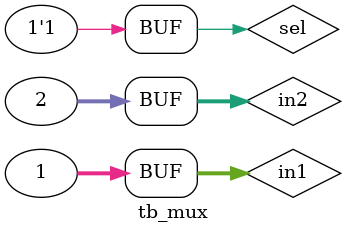
<source format=v>
`timescale 1ns / 1ps
module Mux #(parameter width = 32)
				(input sel,
				 input [width-1:0] in1, in2,
				 output reg [width-1:0] out);

	always@* begin
		if (~sel) out <= in1;
		else out <= in2;
	end

endmodule

module tb_mux;
	reg sel;
	reg [31:0] in1, in2;
	wire [31:0] out;
	
	Mux m1 (.sel(sel), .in1(in1), .in2(in2), .out(out));
	
	initial begin
		in1 = 1;
		in2 = 2;
		sel = 0;
		#5 sel = 1;
	end

endmodule

</source>
